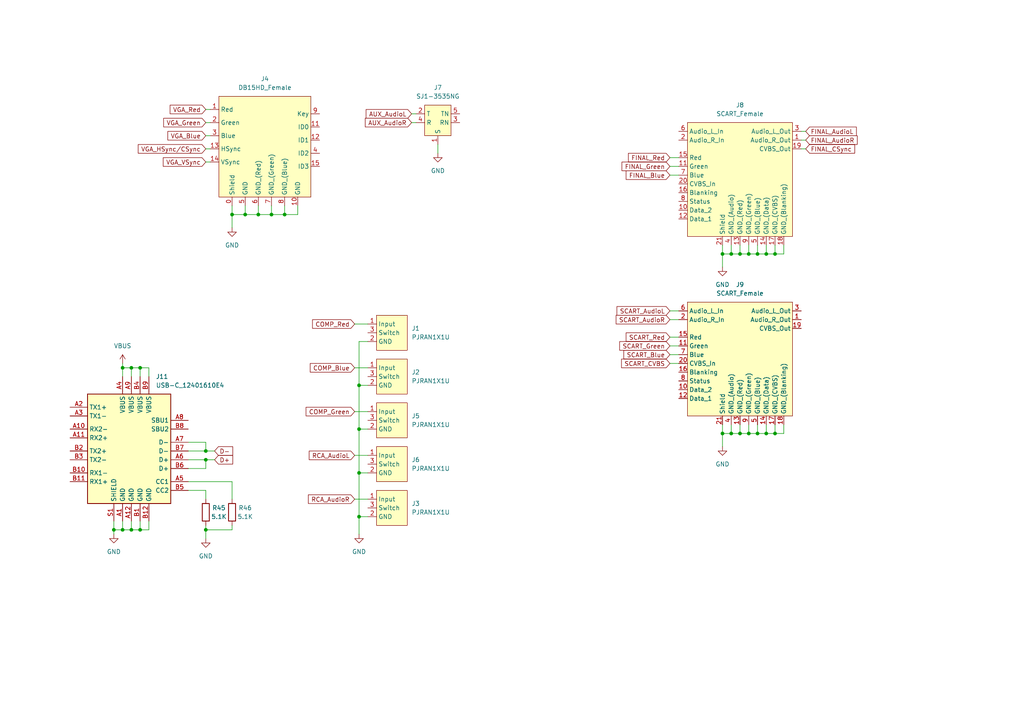
<source format=kicad_sch>
(kicad_sch (version 20211123) (generator eeschema)
  (paper "A4")
  (title_block (title "RT5XP-EXP") (date "2023-09-01") (rev "V1.2") (company "Artjom Eske"))
  (lib_symbols
    (symbol "RT5XP_EXP:DB15HD_Female"
      (property "Reference" "J" (at 0 15.24 0))
      (property "Value" "DB15HD_Female" (at 0 17.78 0))
      (symbol "DB15HD_Female_0_1"
        (rectangle (start -12.7 13.97) (end 13.97 -15.24) (fill (type background)))
      )
      (symbol "DB15HD_Female_1_1"
        (pin passive line (at -8.89 -17.78 90) (length 2.54) (name "Shield") (number "0"))
        (pin input line (at -15.24 10.16 0) (length 2.54) (name "Red") (number "1"))
        (pin passive line (at 10.16 -17.78 90) (length 2.54) (name "GND") (number "10"))
        (pin input line (at 16.51 5.08 180) (length 2.54) (name "ID0") (number "11"))
        (pin input line (at 16.51 1.27 180) (length 2.54) (name "ID1") (number "12"))
        (pin input line (at -15.24 -1.27 0) (length 2.54) (name "HSync") (number "13"))
        (pin input line (at -15.24 -5.08 0) (length 2.54) (name "VSync") (number "14"))
        (pin input line (at 16.51 -6.35 180) (length 2.54) (name "ID3") (number "15"))
        (pin input line (at -15.24 6.35 0) (length 2.54) (name "Green") (number "2"))
        (pin input line (at -15.24 2.54 0) (length 2.54) (name "Blue") (number "3"))
        (pin input line (at 16.51 -2.54 180) (length 2.54) (name "ID2") (number "4"))
        (pin passive line (at -5.08 -17.78 90) (length 2.54) (name "GND") (number "5"))
        (pin passive line (at -1.27 -17.78 90) (length 2.54) (name "GND_(Red)") (number "6"))
        (pin passive line (at 2.54 -17.78 90) (length 2.54) (name "GND_(Green)") (number "7"))
        (pin passive line (at 6.35 -17.78 90) (length 2.54) (name "GND_(Blue)") (number "8"))
        (pin input line (at 16.51 8.89 180) (length 2.54) (name "Key") (number "9"))
      )
    )
    (symbol "RT5XP_EXP:PJRAN1X1U"
      (property "Reference" "J" (at 0 7.62 0))
      (property "Value" "PJRAN1X1U" (at 0 10.16 0))
      (symbol "PJRAN1X1U_0_1"
        (rectangle (start -3.81 5.08) (end 5.08 -5.08) (fill (type background)))
      )
      (symbol "PJRAN1X1U_1_1"
        (pin input line (at -6.35 2.54 0) (length 2.54) (name "Input") (number "1"))
        (pin passive line (at -6.35 -2.54 0) (length 2.54) (name "GND") (number "2"))
        (pin output line (at -6.35 0 0) (length 2.54) (name "Switch") (number "3"))
      )
    )
    (symbol "RT5XP_EXP:R" (pin_numbers hide)
      (property "Reference" "R" (at 1.778 0 0))
      (property "Value" "R" (at 0 0 0))
      (symbol "R_0_1"
        (rectangle (start -1.016 -2.54) (end 1.016 2.54) (stroke (width 0.254)))
      )
      (symbol "R_1_1"
        (pin passive line (at 0 3.81 270) (length 1.27) (name "~") (number "1"))
        (pin passive line (at 0 -3.81 90) (length 1.27) (name "") (number "2"))
      )
    )
    (symbol "RT5XP_EXP:SJ1-3535NG"
      (property "Reference" "J" (at 0 6.35 0))
      (property "Value" "SJ1-3535NG" (at 0 8.89 0))
      (symbol "SJ1-3535NG_0_1"
        (rectangle (start -3.81 5.08) (end 3.81 -3.81) (fill (type background)))
      )
      (symbol "SJ1-3535NG_1_1"
        (pin passive line (at 0 -6.35 90) (length 2.54) (name "S") (number "1"))
        (pin input line (at -6.35 2.54 0) (length 2.54) (name "T") (number "2"))
        (pin output line (at 6.35 0 180) (length 2.54) (name "RN") (number "3"))
        (pin input line (at -6.35 0 0) (length 2.54) (name "R") (number "4"))
        (pin output line (at 6.35 2.54 180) (length 2.54) (name "TN") (number "5"))
      )
    )
    (symbol "RT5XP_EXP:USB-C_12401610E4"
      (property "Reference" "J" (at -15.24 20.32 0))
      (property "Value" "USB-C_12401610E4" (at -15.24 17.78 0))
      (symbol "USB-C_12401610E4_0_1"
        (rectangle (start -12.7 15.24) (end 11.43 -16.51) (stroke (width 0.254)) (fill (type background)))
      )
      (symbol "USB-C_12401610E4_1_1"
        (pin passive line (at -2.54 -21.59 90) (length 5.08) (name "GND") (number "A1"))
        (pin bidirectional line (at -17.78 5.08 0) (length 5.08) (name "RX2-") (number "A10"))
        (pin bidirectional line (at -17.78 2.54 0) (length 5.08) (name "RX2+") (number "A11"))
        (pin passive line (at 0 -21.59 90) (length 5.08) (name "GND") (number "A12"))
        (pin bidirectional line (at -17.78 11.43 0) (length 5.08) (name "TX1+") (number "A2"))
        (pin bidirectional line (at -17.78 8.89 0) (length 5.08) (name "TX1-") (number "A3"))
        (pin passive line (at -2.54 20.32 270) (length 5.08) (name "VBUS") (number "A4"))
        (pin bidirectional line (at 16.51 -10.16 180) (length 5.08) (name "CC1") (number "A5"))
        (pin bidirectional line (at 16.51 -3.81 180) (length 5.08) (name "D+") (number "A6"))
        (pin bidirectional line (at 16.51 1.27 180) (length 5.08) (name "D-") (number "A7"))
        (pin bidirectional line (at 16.51 7.62 180) (length 5.08) (name "SBU1") (number "A8"))
        (pin passive line (at 0 20.32 270) (length 5.08) (name "VBUS") (number "A9"))
        (pin passive line (at 2.54 -21.59 90) (length 5.08) (name "GND") (number "B1"))
        (pin bidirectional line (at -17.78 -7.62 0) (length 5.08) (name "RX1-") (number "B10"))
        (pin bidirectional line (at -17.78 -10.16 0) (length 5.08) (name "RX1+") (number "B11"))
        (pin passive line (at 5.08 -21.59 90) (length 5.08) (name "GND") (number "B12"))
        (pin bidirectional line (at -17.78 -1.27 0) (length 5.08) (name "TX2+") (number "B2"))
        (pin bidirectional line (at -17.78 -3.81 0) (length 5.08) (name "TX2-") (number "B3"))
        (pin passive line (at 2.54 20.32 270) (length 5.08) (name "VBUS") (number "B4"))
        (pin bidirectional line (at 16.51 -12.7 180) (length 5.08) (name "CC2") (number "B5"))
        (pin bidirectional line (at 16.51 -6.35 180) (length 5.08) (name "D+") (number "B6"))
        (pin bidirectional line (at 16.51 -1.27 180) (length 5.08) (name "D-") (number "B7"))
        (pin bidirectional line (at 16.51 5.08 180) (length 5.08) (name "SBU2") (number "B8"))
        (pin passive line (at 5.08 20.32 270) (length 5.08) (name "VBUS") (number "B9"))
        (pin passive line (at -5.08 -21.59 90) (length 5.08) (name "SHIELD") (number "S1"))
      )
    )
    (symbol "SCART_Female_1"
      (property "Reference" "J" (at 0 16.51 0))
      (property "Value" "SCART_Female_1" (at 0 19.05 0))
      (symbol "SCART_Female_1_0_1"
        (rectangle (start -15.24 15.24) (end 15.24 -17.78) (fill (type background)))
      )
      (symbol "SCART_Female_1_1_1"
        (pin output line (at 17.78 10.16 180) (length 2.54) (name "Audio_R_Out") (number "1"))
        (pin input line (at -17.78 -10.16 0) (length 2.54) (name "Data_2") (number "10"))
        (pin input line (at -17.78 2.54 0) (length 2.54) (name "Green") (number "11"))
        (pin input line (at -17.78 -12.7 0) (length 2.54) (name "Data_1") (number "12"))
        (pin passive line (at 0 -20.32 90) (length 2.54) (name "GND_(Red)") (number "13"))
        (pin passive line (at 7.62 -20.32 90) (length 2.54) (name "GND_(Data)") (number "14"))
        (pin input line (at -17.78 5.08 0) (length 2.54) (name "Red") (number "15"))
        (pin input line (at -17.78 -5.08 0) (length 2.54) (name "Blanking") (number "16"))
        (pin passive line (at 10.16 -20.32 90) (length 2.54) (name "GND_(CVBS)") (number "17"))
        (pin passive line (at 12.7 -20.32 90) (length 2.54) (name "GND_(Blanking)") (number "18"))
        (pin output line (at 17.78 7.62 180) (length 2.54) (name "CVBS_Out") (number "19"))
        (pin input line (at -17.78 10.16 0) (length 2.54) (name "Audio_R_In") (number "2"))
        (pin input line (at -17.78 -2.54 0) (length 2.54) (name "CVBS_In") (number "20"))
        (pin passive line (at -5.08 -20.32 90) (length 2.54) (name "Shield") (number "21"))
        (pin output line (at 17.78 12.7 180) (length 2.54) (name "Audio_L_Out") (number "3"))
        (pin passive line (at -2.54 -20.32 90) (length 2.54) (name "GND_(Audio)") (number "4"))
        (pin passive line (at 5.08 -20.32 90) (length 2.54) (name "GND_(Blue)") (number "5"))
        (pin input line (at -17.78 12.7 0) (length 2.54) (name "Audio_L_In") (number "6"))
        (pin input line (at -17.78 0 0) (length 2.54) (name "Blue") (number "7"))
        (pin input line (at -17.78 -7.62 0) (length 2.54) (name "Status") (number "8"))
        (pin passive line (at 2.54 -20.32 90) (length 2.54) (name "GND_(Green)") (number "9"))
      )
    )
    (symbol "power:GND" (power) (pin_names (offset 0))
      (property "Value" "GND" (at 0 -3.81 0))
      (symbol "GND_0_1"
        (polyline (pts (xy 0 0) (xy 0 -1.27) (xy 1.27 -1.27) (xy 0 -2.54) (xy -1.27 -1.27) (xy 0 -1.27)))
      )
      (symbol "GND_1_1"
        (pin power_in line (at 0 0 270) (length 0) hide (name "GND") (number "1"))
      )
    )
    (symbol "power:VBUS" (power) (pin_names (offset 0))
      (property "Value" "VBUS" (at 0 3.81 0))
      (symbol "VBUS_0_1"
        (polyline (pts (xy -0.762 1.27) (xy 0 2.54)))
        (polyline (pts (xy 0 0) (xy 0 2.54)))
        (polyline (pts (xy 0 2.54) (xy 0.762 1.27)))
      )
      (symbol "VBUS_1_1"
        (pin power_in line (at 0 0 90) (length 0) hide (name "VBUS") (number "1"))
      )
    )
  )
  (junction (at 104.14 111.76))
  (junction (at 35.56 153.67))
  (junction (at 104.14 149.86))
  (junction (at 104.14 137.16))
  (junction (at 212.09 125.73))
  (junction (at 209.55 73.66))
  (junction (at 38.1 153.67))
  (junction (at 82.55 62.23))
  (junction (at 219.71 125.73))
  (junction (at 222.25 125.73))
  (junction (at 59.69 153.67))
  (junction (at 38.1 106.68))
  (junction (at 214.63 73.66))
  (junction (at 59.69 130.81))
  (junction (at 217.17 125.73))
  (junction (at 224.79 73.66))
  (junction (at 104.14 124.46))
  (junction (at 217.17 73.66))
  (junction (at 78.74 62.23))
  (junction (at 71.12 62.23))
  (junction (at 212.09 73.66))
  (junction (at 224.79 125.73))
  (junction (at 40.64 106.68))
  (junction (at 214.63 125.73))
  (junction (at 33.02 153.67))
  (junction (at 40.64 153.67))
  (junction (at 209.55 125.73))
  (junction (at 219.71 73.66))
  (junction (at 74.93 62.23))
  (junction (at 222.25 73.66))
  (junction (at 67.31 62.23))
  (junction (at 59.69 133.35))
  (junction (at 35.56 106.68))
  (wire (pts (xy 78.74 59.69) (xy 78.74 62.23)))
  (wire (pts (xy 214.63 73.66) (xy 217.17 73.66)))
  (wire (pts (xy 224.79 73.66) (xy 227.33 73.66)))
  (wire (pts (xy 54.61 135.89) (xy 59.69 135.89)))
  (wire (pts (xy 233.68 40.64) (xy 232.41 40.64)))
  (wire (pts (xy 119.38 33.02) (xy 120.65 33.02)))
  (wire (pts (xy 35.56 106.68) (xy 35.56 109.22)))
  (wire (pts (xy 104.14 99.06) (xy 104.14 111.76)))
  (wire (pts (xy 71.12 59.69) (xy 71.12 62.23)))
  (wire (pts (xy 67.31 62.23) (xy 67.31 66.04)))
  (wire (pts (xy 217.17 125.73) (xy 219.71 125.73)))
  (wire (pts (xy 40.64 106.68) (xy 40.64 109.22)))
  (wire (pts (xy 38.1 106.68) (xy 40.64 106.68)))
  (wire (pts (xy 59.69 39.37) (xy 60.96 39.37)))
  (wire (pts (xy 102.87 93.98) (xy 106.68 93.98)))
  (wire (pts (xy 233.68 43.18) (xy 232.41 43.18)))
  (wire (pts (xy 40.64 106.68) (xy 43.18 106.68)))
  (wire (pts (xy 194.31 92.71) (xy 196.85 92.71)))
  (wire (pts (xy 38.1 153.67) (xy 40.64 153.67)))
  (wire (pts (xy 54.61 130.81) (xy 59.69 130.81)))
  (wire (pts (xy 35.56 106.68) (xy 38.1 106.68)))
  (wire (pts (xy 219.71 73.66) (xy 219.71 71.12)))
  (wire (pts (xy 59.69 153.67) (xy 67.31 153.67)))
  (wire (pts (xy 33.02 153.67) (xy 35.56 153.67)))
  (wire (pts (xy 74.93 59.69) (xy 74.93 62.23)))
  (wire (pts (xy 67.31 62.23) (xy 71.12 62.23)))
  (wire (pts (xy 67.31 139.7) (xy 67.31 144.78)))
  (wire (pts (xy 59.69 135.89) (xy 59.69 133.35)))
  (wire (pts (xy 127 44.45) (xy 127 41.91)))
  (wire (pts (xy 78.74 62.23) (xy 82.55 62.23)))
  (wire (pts (xy 194.31 90.17) (xy 196.85 90.17)))
  (wire (pts (xy 209.55 123.19) (xy 209.55 125.73)))
  (wire (pts (xy 59.69 35.56) (xy 60.96 35.56)))
  (wire (pts (xy 227.33 73.66) (xy 227.33 71.12)))
  (wire (pts (xy 106.68 99.06) (xy 104.14 99.06)))
  (wire (pts (xy 54.61 128.27) (xy 59.69 128.27)))
  (wire (pts (xy 102.87 119.38) (xy 106.68 119.38)))
  (wire (pts (xy 219.71 73.66) (xy 222.25 73.66)))
  (wire (pts (xy 212.09 73.66) (xy 214.63 73.66)))
  (wire (pts (xy 43.18 153.67) (xy 43.18 151.13)))
  (wire (pts (xy 104.14 111.76) (xy 104.14 124.46)))
  (wire (pts (xy 104.14 137.16) (xy 104.14 149.86)))
  (wire (pts (xy 212.09 125.73) (xy 214.63 125.73)))
  (wire (pts (xy 194.31 97.79) (xy 196.85 97.79)))
  (wire (pts (xy 71.12 62.23) (xy 74.93 62.23)))
  (wire (pts (xy 33.02 151.13) (xy 33.02 153.67)))
  (wire (pts (xy 102.87 132.08) (xy 106.68 132.08)))
  (wire (pts (xy 67.31 153.67) (xy 67.31 152.4)))
  (wire (pts (xy 102.87 144.78) (xy 106.68 144.78)))
  (wire (pts (xy 194.31 102.87) (xy 196.85 102.87)))
  (wire (pts (xy 104.14 124.46) (xy 106.68 124.46)))
  (wire (pts (xy 209.55 73.66) (xy 209.55 77.47)))
  (wire (pts (xy 59.69 128.27) (xy 59.69 130.81)))
  (wire (pts (xy 104.14 149.86) (xy 104.14 154.94)))
  (wire (pts (xy 222.25 125.73) (xy 224.79 125.73)))
  (wire (pts (xy 209.55 73.66) (xy 212.09 73.66)))
  (wire (pts (xy 54.61 133.35) (xy 59.69 133.35)))
  (wire (pts (xy 33.02 153.67) (xy 33.02 154.94)))
  (wire (pts (xy 104.14 111.76) (xy 106.68 111.76)))
  (wire (pts (xy 209.55 125.73) (xy 212.09 125.73)))
  (wire (pts (xy 62.23 130.81) (xy 59.69 130.81)))
  (wire (pts (xy 224.79 73.66) (xy 224.79 71.12)))
  (wire (pts (xy 222.25 73.66) (xy 224.79 73.66)))
  (wire (pts (xy 104.14 124.46) (xy 104.14 137.16)))
  (wire (pts (xy 82.55 62.23) (xy 86.36 62.23)))
  (wire (pts (xy 209.55 71.12) (xy 209.55 73.66)))
  (wire (pts (xy 194.31 100.33) (xy 196.85 100.33)))
  (wire (pts (xy 214.63 125.73) (xy 217.17 125.73)))
  (wire (pts (xy 59.69 31.75) (xy 60.96 31.75)))
  (wire (pts (xy 194.31 50.8) (xy 196.85 50.8)))
  (wire (pts (xy 233.68 38.1) (xy 232.41 38.1)))
  (wire (pts (xy 222.25 125.73) (xy 222.25 123.19)))
  (wire (pts (xy 217.17 73.66) (xy 219.71 73.66)))
  (wire (pts (xy 212.09 73.66) (xy 212.09 71.12)))
  (wire (pts (xy 219.71 125.73) (xy 219.71 123.19)))
  (wire (pts (xy 224.79 125.73) (xy 227.33 125.73)))
  (wire (pts (xy 104.14 137.16) (xy 106.68 137.16)))
  (wire (pts (xy 119.38 35.56) (xy 120.65 35.56)))
  (wire (pts (xy 59.69 142.24) (xy 59.69 144.78)))
  (wire (pts (xy 214.63 125.73) (xy 214.63 123.19)))
  (wire (pts (xy 217.17 73.66) (xy 217.17 71.12)))
  (wire (pts (xy 102.87 106.68) (xy 106.68 106.68)))
  (wire (pts (xy 59.69 133.35) (xy 62.23 133.35)))
  (wire (pts (xy 59.69 46.99) (xy 60.96 46.99)))
  (wire (pts (xy 82.55 59.69) (xy 82.55 62.23)))
  (wire (pts (xy 219.71 125.73) (xy 222.25 125.73)))
  (wire (pts (xy 59.69 152.4) (xy 59.69 153.67)))
  (wire (pts (xy 40.64 151.13) (xy 40.64 153.67)))
  (wire (pts (xy 222.25 73.66) (xy 222.25 71.12)))
  (wire (pts (xy 35.56 153.67) (xy 38.1 153.67)))
  (wire (pts (xy 38.1 106.68) (xy 38.1 109.22)))
  (wire (pts (xy 74.93 62.23) (xy 78.74 62.23)))
  (wire (pts (xy 104.14 149.86) (xy 106.68 149.86)))
  (wire (pts (xy 40.64 153.67) (xy 43.18 153.67)))
  (wire (pts (xy 54.61 139.7) (xy 67.31 139.7)))
  (wire (pts (xy 209.55 125.73) (xy 209.55 129.54)))
  (wire (pts (xy 194.31 45.72) (xy 196.85 45.72)))
  (wire (pts (xy 224.79 125.73) (xy 224.79 123.19)))
  (wire (pts (xy 67.31 59.69) (xy 67.31 62.23)))
  (wire (pts (xy 54.61 142.24) (xy 59.69 142.24)))
  (wire (pts (xy 217.17 125.73) (xy 217.17 123.19)))
  (wire (pts (xy 214.63 73.66) (xy 214.63 71.12)))
  (wire (pts (xy 43.18 106.68) (xy 43.18 109.22)))
  (wire (pts (xy 212.09 125.73) (xy 212.09 123.19)))
  (wire (pts (xy 194.31 105.41) (xy 196.85 105.41)))
  (wire (pts (xy 59.69 43.18) (xy 60.96 43.18)))
  (wire (pts (xy 227.33 125.73) (xy 227.33 123.19)))
  (wire (pts (xy 38.1 151.13) (xy 38.1 153.67)))
  (wire (pts (xy 59.69 153.67) (xy 59.69 156.21)))
  (wire (pts (xy 35.56 105.41) (xy 35.56 106.68)))
  (wire (pts (xy 86.36 62.23) (xy 86.36 59.69)))
  (wire (pts (xy 35.56 151.13) (xy 35.56 153.67)))
  (wire (pts (xy 194.31 48.26) (xy 196.85 48.26)))
  (global_label "COMP_Red" (shape input) (at 102.87 93.98 180) (property "Intersheet References" "${INTERSHEET_REFS}" (effects hide)))
  (global_label "FINAL_Red" (shape input) (at 194.31 45.72 180) (property "Intersheet References" "${INTERSHEET_REFS}" (effects hide)))
  (global_label "COMP_Blue" (shape input) (at 102.87 106.68 180) (property "Intersheet References" "${INTERSHEET_REFS}" (effects hide)))
  (global_label "FINAL_AudioL" (shape input) (at 233.68 38.1 0) (property "Intersheet References" "${INTERSHEET_REFS}" (effects hide)))
  (global_label "D-" (shape input) (at 62.23 130.81 0) (property "Intersheet References" "${INTERSHEET_REFS}" (effects hide)))
  (global_label "D+" (shape input) (at 62.23 133.35 0) (property "Intersheet References" "${INTERSHEET_REFS}" (effects hide)))
  (global_label "VGA_HSync{slash}CSync" (shape input) (at 59.69 43.18 180) (property "Intersheet References" "${INTERSHEET_REFS}" (effects hide)))
  (global_label "AUX_AudioR" (shape input) (at 119.38 35.56 180) (property "Intersheet References" "${INTERSHEET_REFS}" (effects hide)))
  (global_label "FINAL_AudioR" (shape input) (at 233.68 40.64 0) (property "Intersheet References" "${INTERSHEET_REFS}" (effects hide)))
  (global_label "FINAL_Blue" (shape input) (at 194.31 50.8 180) (property "Intersheet References" "${INTERSHEET_REFS}" (effects hide)))
  (global_label "VGA_Blue" (shape input) (at 59.69 39.37 180) (property "Intersheet References" "${INTERSHEET_REFS}" (effects hide)))
  (global_label "SCART_CVBS" (shape input) (at 194.31 105.41 180) (property "Intersheet References" "${INTERSHEET_REFS}" (effects hide)))
  (global_label "SCART_AudioL" (shape input) (at 194.31 90.17 180) (property "Intersheet References" "${INTERSHEET_REFS}" (effects hide)))
  (global_label "AUX_AudioL" (shape input) (at 119.38 33.02 180) (property "Intersheet References" "${INTERSHEET_REFS}" (effects hide)))
  (global_label "SCART_Red" (shape input) (at 194.31 97.79 180) (property "Intersheet References" "${INTERSHEET_REFS}" (effects hide)))
  (global_label "SCART_AudioR" (shape input) (at 194.31 92.71 180) (property "Intersheet References" "${INTERSHEET_REFS}" (effects hide)))
  (global_label "FINAL_CSync" (shape input) (at 233.68 43.18 0) (property "Intersheet References" "${INTERSHEET_REFS}" (effects hide)))
  (global_label "SCART_Green" (shape input) (at 194.31 100.33 180) (property "Intersheet References" "${INTERSHEET_REFS}" (effects hide)))
  (global_label "COMP_Green" (shape input) (at 102.87 119.38 180) (property "Intersheet References" "${INTERSHEET_REFS}" (effects hide)))
  (global_label "RCA_AudioL" (shape input) (at 102.87 132.08 180) (property "Intersheet References" "${INTERSHEET_REFS}" (effects hide)))
  (global_label "RCA_AudioR" (shape input) (at 102.87 144.78 180) (property "Intersheet References" "${INTERSHEET_REFS}" (effects hide)))
  (global_label "SCART_Blue" (shape input) (at 194.31 102.87 180) (property "Intersheet References" "${INTERSHEET_REFS}" (effects hide)))
  (global_label "VGA_VSync" (shape input) (at 59.69 46.99 180) (property "Intersheet References" "${INTERSHEET_REFS}" (effects hide)))
  (global_label "VGA_Red" (shape input) (at 59.69 31.75 180) (property "Intersheet References" "${INTERSHEET_REFS}" (effects hide)))
  (global_label "FINAL_Green" (shape input) (at 194.31 48.26 180) (property "Intersheet References" "${INTERSHEET_REFS}" (effects hide)))
  (global_label "VGA_Green" (shape input) (at 59.69 35.56 180) (property "Intersheet References" "${INTERSHEET_REFS}" (effects hide)))
  (symbol (lib_id "power:GND") (at 209.55 129.54 0) (unit 1)
    (property "Reference" "#PWR0103" (effects hide))
    (property "Value" "GND" (at 209.55 134.62 0))
  )
  (symbol (lib_id "RT5XP_EXP:R") (at 67.31 148.59 180) (unit 1)
    (property "Reference" "R46" (at 71.12 147.32 0))
    (property "Value" "5.1K" (at 71.12 149.86 0))
    (property "Footprint" "RT5XP-EXP:R_0603" (effects hide))
  )
  (symbol (lib_id "power:GND") (at 127 44.45 0) (unit 1)
    (property "Reference" "#PWR0102" (effects hide))
    (property "Value" "GND" (at 127 49.53 0))
  )
  (symbol (lib_id "power:GND") (at 67.31 66.04 0) (unit 1)
    (property "Reference" "#PWR0101" (effects hide))
    (property "Value" "GND" (at 67.31 71.12 0))
  )
  (symbol (lib_id "RT5XP_EXP:SJ1-3535NG") (at 127 35.56 0) (unit 1)
    (property "Reference" "J7" (at 127 25.4 0))
    (property "Value" "SJ1-3535NG" (at 127 27.94 0))
    (property "Footprint" "RT5XP-EXP:SJ1-3535NG" (effects hide))
  )
  (symbol (lib_id "power:GND") (at 59.69 156.21 0) (unit 1)
    (property "Reference" "#PWR0107" (effects hide))
    (property "Value" "GND" (at 59.69 161.29 0))
  )
  (symbol (lib_id "power:VBUS") (at 35.56 105.41 0) (unit 1)
    (property "Reference" "#PWR0106" (effects hide))
    (property "Value" "VBUS" (at 35.56 100.33 0))
  )
  (symbol (lib_id "power:GND") (at 33.02 154.94 0) (unit 1)
    (property "Reference" "#PWR0108" (effects hide))
    (property "Value" "GND" (at 33.02 160.02 0))
  )
  (symbol (lib_id "power:GND") (at 104.14 154.94 0) (unit 1)
    (property "Reference" "#PWR0105" (effects hide))
    (property "Value" "GND" (at 104.14 160.02 0))
  )
  (symbol (lib_id "RT5XP_EXP:PJRAN1X1U") (at 113.03 96.52 0) (unit 1)
    (property "Reference" "J1" (at 119.38 95.2499 0) (effects (justify left)))
    (property "Value" "PJRAN1X1U" (at 119.38 97.7899 0) (effects (justify left)))
    (property "Footprint" "RT5XP-EXP:PJRAN1X1U" (effects hide))
  )
  (symbol (lib_id "RT5XP_EXP:USB-C_12401610E4") (at 38.1 129.54 0) (unit 1)
    (property "Reference" "J11" (at 45.1994 109.22 0) (effects (justify left)))
    (property "Value" "USB-C_12401610E4" (at 45.1994 111.76 0) (effects (justify left)))
    (property "Footprint" "RT5XP-EXP:USB-C_12401610E4" (effects hide))
  )
  (symbol (lib_name "SCART_Female_1") (lib_id "RT5XP_EXP:SCART_Female") (at 214.63 102.87 0) (unit 1)
    (property "Reference" "J9" (at 214.63 82.55 0))
    (property "Value" "SCART_Female" (at 214.63 85.09 0))
    (property "Footprint" "RT5XP-EXP:SCART_Female" (effects hide))
  )
  (symbol (lib_id "RT5XP_EXP:PJRAN1X1U") (at 113.03 147.32 0) (unit 1)
    (property "Reference" "J3" (at 119.38 146.0499 0) (effects (justify left)))
    (property "Value" "PJRAN1X1U" (at 119.38 148.5899 0) (effects (justify left)))
    (property "Footprint" "RT5XP-EXP:PJRAN1X1U" (effects hide))
  )
  (symbol (lib_name "SCART_Female_1") (lib_id "RT5XP_EXP:SCART_Female") (at 214.63 50.8 0) (unit 1)
    (property "Reference" "J8" (at 214.63 30.48 0))
    (property "Value" "SCART_Female" (at 214.63 33.02 0))
    (property "Footprint" "RT5XP-EXP:SCART_Female" (effects hide))
  )
  (symbol (lib_id "RT5XP_EXP:DB15HD_Female") (at 76.2 41.91 0) (unit 1)
    (property "Reference" "J4" (at 76.835 22.86 0))
    (property "Value" "DB15HD_Female" (at 76.835 25.4 0))
    (property "Footprint" "RT5XP-EXP:77HDE15SD1CH4RHNVGA" (effects hide))
  )
  (symbol (lib_id "RT5XP_EXP:PJRAN1X1U") (at 113.03 134.62 0) (unit 1)
    (property "Reference" "J6" (at 119.38 133.3499 0) (effects (justify left)))
    (property "Value" "PJRAN1X1U" (at 119.38 135.8899 0) (effects (justify left)))
    (property "Footprint" "RT5XP-EXP:PJRAN1X1U" (effects hide))
  )
  (symbol (lib_id "RT5XP_EXP:PJRAN1X1U") (at 113.03 121.92 0) (unit 1)
    (property "Reference" "J5" (at 119.38 120.6499 0) (effects (justify left)))
    (property "Value" "PJRAN1X1U" (at 119.38 123.1899 0) (effects (justify left)))
    (property "Footprint" "RT5XP-EXP:PJRAN1X1U" (effects hide))
  )
  (symbol (lib_id "RT5XP_EXP:PJRAN1X1U") (at 113.03 109.22 0) (unit 1)
    (property "Reference" "J2" (at 119.38 107.9499 0) (effects (justify left)))
    (property "Value" "PJRAN1X1U" (at 119.38 110.4899 0) (effects (justify left)))
    (property "Footprint" "RT5XP-EXP:PJRAN1X1U" (effects hide))
  )
  (symbol (lib_id "RT5XP_EXP:R") (at 59.69 148.59 180) (unit 1)
    (property "Reference" "R45" (at 63.5 147.32 0))
    (property "Value" "5.1K" (at 63.5 149.86 0))
    (property "Footprint" "RT5XP-EXP:R_0603" (effects hide))
  )
  (symbol (lib_id "power:GND") (at 209.55 77.47 0) (unit 1)
    (property "Reference" "#PWR0104" (effects hide))
    (property "Value" "GND" (at 209.55 82.55 0))
  )
)
</source>
